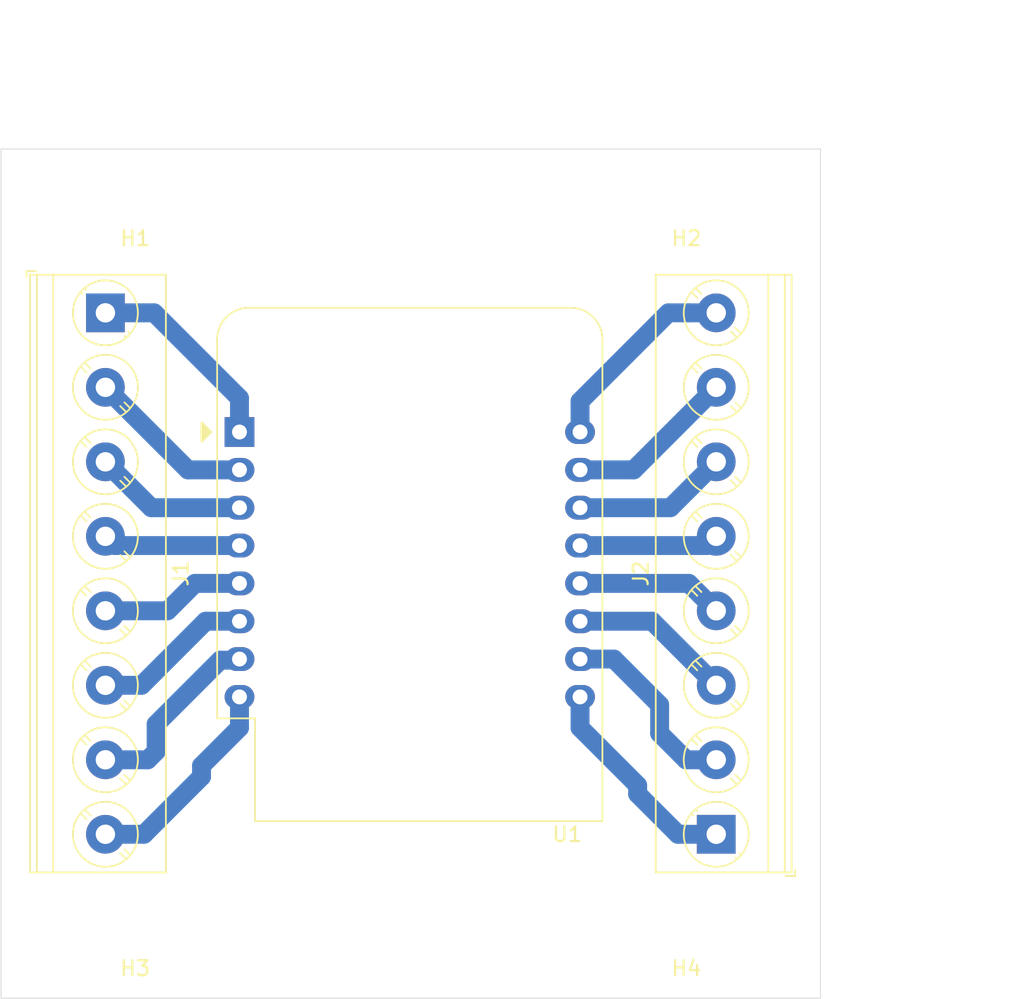
<source format=kicad_pcb>
(kicad_pcb (version 20171130) (host pcbnew "(5.1.5)-3")

  (general
    (thickness 1.6)
    (drawings 6)
    (tracks 55)
    (zones 0)
    (modules 7)
    (nets 17)
  )

  (page A4)
  (layers
    (0 F.Cu signal)
    (31 B.Cu signal)
    (32 B.Adhes user)
    (33 F.Adhes user)
    (34 B.Paste user)
    (35 F.Paste user)
    (36 B.SilkS user)
    (37 F.SilkS user)
    (38 B.Mask user)
    (39 F.Mask user)
    (40 Dwgs.User user)
    (41 Cmts.User user)
    (42 Eco1.User user)
    (43 Eco2.User user)
    (44 Edge.Cuts user)
    (45 Margin user)
    (46 B.CrtYd user)
    (47 F.CrtYd user)
    (48 B.Fab user)
    (49 F.Fab user hide)
  )

  (setup
    (last_trace_width 1.27)
    (user_trace_width 0.4064)
    (user_trace_width 0.8128)
    (user_trace_width 1.27)
    (user_trace_width 1.905)
    (user_trace_width 2.54)
    (trace_clearance 0.2)
    (zone_clearance 0.508)
    (zone_45_only no)
    (trace_min 0.2)
    (via_size 0.8)
    (via_drill 0.4)
    (via_min_size 0.4)
    (via_min_drill 0.3)
    (user_via 2 0.4)
    (user_via 2 1)
    (user_via 5 0.4)
    (user_via 11.999999 6.000001)
    (uvia_size 0.3)
    (uvia_drill 0.1)
    (uvias_allowed no)
    (uvia_min_size 0.2)
    (uvia_min_drill 0.1)
    (edge_width 0.05)
    (segment_width 0.2)
    (pcb_text_width 0.3)
    (pcb_text_size 1.5 1.5)
    (mod_edge_width 0.12)
    (mod_text_size 1 1)
    (mod_text_width 0.15)
    (pad_size 1.524 1.524)
    (pad_drill 0.762)
    (pad_to_mask_clearance 0.05)
    (aux_axis_origin 0 0)
    (grid_origin 117 112)
    (visible_elements 7FFFFFFF)
    (pcbplotparams
      (layerselection 0x010fc_fffffffe)
      (usegerberextensions false)
      (usegerberattributes false)
      (usegerberadvancedattributes false)
      (creategerberjobfile false)
      (excludeedgelayer true)
      (linewidth 0.150000)
      (plotframeref false)
      (viasonmask false)
      (mode 1)
      (useauxorigin false)
      (hpglpennumber 1)
      (hpglpenspeed 20)
      (hpglpendiameter 15.000000)
      (psnegative false)
      (psa4output false)
      (plotreference true)
      (plotvalue true)
      (plotinvisibletext false)
      (padsonsilk false)
      (subtractmaskfromsilk false)
      (outputformat 1)
      (mirror false)
      (drillshape 0)
      (scaleselection 1)
      (outputdirectory "export/Gerber/"))
  )

  (net 0 "")
  (net 1 /8)
  (net 2 /7)
  (net 3 /6)
  (net 4 /5)
  (net 5 /4)
  (net 6 /3)
  (net 7 /2)
  (net 8 /1)
  (net 9 /16)
  (net 10 /15)
  (net 11 /14)
  (net 12 /13)
  (net 13 /12)
  (net 14 /11)
  (net 15 /10)
  (net 16 /9)

  (net_class Default "Questo è il gruppo di collegamenti predefinito"
    (clearance 0.2)
    (trace_width 0.25)
    (via_dia 0.8)
    (via_drill 0.4)
    (uvia_dia 0.3)
    (uvia_drill 0.1)
    (add_net /1)
    (add_net /10)
    (add_net /11)
    (add_net /12)
    (add_net /13)
    (add_net /14)
    (add_net /15)
    (add_net /16)
    (add_net /2)
    (add_net /3)
    (add_net /4)
    (add_net /5)
    (add_net /6)
    (add_net /7)
    (add_net /8)
    (add_net /9)
  )

  (module Module:WEMOS_D1_mini_light (layer F.Cu) (tedit 5BBFB1CE) (tstamp 6546833A)
    (at 133 74)
    (descr "16-pin module, column spacing 22.86 mm (900 mils), https://wiki.wemos.cc/products:d1:d1_mini, https://c1.staticflickr.com/1/734/31400410271_f278b087db_z.jpg")
    (tags "ESP8266 WiFi microcontroller")
    (path /65466297)
    (fp_text reference U1 (at 22 27) (layer F.SilkS)
      (effects (font (size 1 1) (thickness 0.15)))
    )
    (fp_text value WeMos_D1_mini (at 11.7 0) (layer F.Fab)
      (effects (font (size 1 1) (thickness 0.15)))
    )
    (fp_line (start 1.04 19.22) (end 1.04 26.12) (layer F.SilkS) (width 0.12))
    (fp_line (start -1.5 19.22) (end 1.04 19.22) (layer F.SilkS) (width 0.12))
    (fp_line (start -0.37 0) (end -1.37 -1) (layer F.Fab) (width 0.1))
    (fp_line (start -1.37 1) (end -0.37 0) (layer F.Fab) (width 0.1))
    (fp_line (start -1.37 -6.21) (end -1.37 -1) (layer F.Fab) (width 0.1))
    (fp_line (start 1.17 19.09) (end 1.17 25.99) (layer F.Fab) (width 0.1))
    (fp_line (start -1.37 19.09) (end 1.17 19.09) (layer F.Fab) (width 0.1))
    (fp_line (start -1.35 -7.4) (end -0.55 -8.2) (layer Dwgs.User) (width 0.1))
    (fp_line (start -1.3 -5.45) (end 1.45 -8.2) (layer Dwgs.User) (width 0.1))
    (fp_line (start -1.35 -3.4) (end 3.45 -8.2) (layer Dwgs.User) (width 0.1))
    (fp_line (start 22.65 -1.4) (end 24.25 -3) (layer Dwgs.User) (width 0.1))
    (fp_line (start 20.65 -1.4) (end 24.25 -5) (layer Dwgs.User) (width 0.1))
    (fp_line (start 18.65 -1.4) (end 24.25 -7) (layer Dwgs.User) (width 0.1))
    (fp_line (start 16.65 -1.4) (end 23.45 -8.2) (layer Dwgs.User) (width 0.1))
    (fp_line (start 14.65 -1.4) (end 21.45 -8.2) (layer Dwgs.User) (width 0.1))
    (fp_line (start 12.65 -1.4) (end 19.45 -8.2) (layer Dwgs.User) (width 0.1))
    (fp_line (start 10.65 -1.4) (end 17.45 -8.2) (layer Dwgs.User) (width 0.1))
    (fp_line (start 8.65 -1.4) (end 15.45 -8.2) (layer Dwgs.User) (width 0.1))
    (fp_line (start 6.65 -1.4) (end 13.45 -8.2) (layer Dwgs.User) (width 0.1))
    (fp_line (start 4.65 -1.4) (end 11.45 -8.2) (layer Dwgs.User) (width 0.1))
    (fp_line (start 2.65 -1.4) (end 9.45 -8.2) (layer Dwgs.User) (width 0.1))
    (fp_line (start 0.65 -1.4) (end 7.45 -8.2) (layer Dwgs.User) (width 0.1))
    (fp_line (start -1.35 -1.4) (end 5.45 -8.2) (layer Dwgs.User) (width 0.1))
    (fp_line (start -1.35 -8.2) (end -1.35 -1.4) (layer Dwgs.User) (width 0.1))
    (fp_line (start 24.25 -8.2) (end -1.35 -8.2) (layer Dwgs.User) (width 0.1))
    (fp_line (start 24.25 -1.4) (end 24.25 -8.2) (layer Dwgs.User) (width 0.1))
    (fp_line (start -1.35 -1.4) (end 24.25 -1.4) (layer Dwgs.User) (width 0.1))
    (fp_poly (pts (xy -2.54 -0.635) (xy -2.54 0.635) (xy -1.905 0)) (layer F.SilkS) (width 0.15))
    (fp_line (start -1.62 26.24) (end -1.62 -8.46) (layer F.CrtYd) (width 0.05))
    (fp_line (start 24.48 26.24) (end -1.62 26.24) (layer F.CrtYd) (width 0.05))
    (fp_line (start 24.48 -8.41) (end 24.48 26.24) (layer F.CrtYd) (width 0.05))
    (fp_line (start -1.62 -8.46) (end 24.48 -8.46) (layer F.CrtYd) (width 0.05))
    (fp_line (start -1.37 1) (end -1.37 19.09) (layer F.Fab) (width 0.1))
    (fp_line (start 22.23 -8.21) (end 0.63 -8.21) (layer F.Fab) (width 0.1))
    (fp_line (start 24.23 25.99) (end 24.23 -6.21) (layer F.Fab) (width 0.1))
    (fp_line (start 1.17 25.99) (end 24.23 25.99) (layer F.Fab) (width 0.1))
    (fp_line (start 22.24 -8.34) (end 0.63 -8.34) (layer F.SilkS) (width 0.12))
    (fp_line (start 24.36 26.12) (end 24.36 -6.21) (layer F.SilkS) (width 0.12))
    (fp_line (start -1.5 19.22) (end -1.5 -6.21) (layer F.SilkS) (width 0.12))
    (fp_line (start 1.04 26.12) (end 24.36 26.12) (layer F.SilkS) (width 0.12))
    (fp_text user "No copper" (at 11.43 -3.81) (layer Cmts.User)
      (effects (font (size 1 1) (thickness 0.15)))
    )
    (fp_text user "KEEP OUT" (at 11.43 -6.35) (layer Cmts.User)
      (effects (font (size 1 1) (thickness 0.15)))
    )
    (fp_arc (start 22.23 -6.21) (end 24.36 -6.21) (angle -90) (layer F.SilkS) (width 0.12))
    (fp_arc (start 0.63 -6.21) (end 0.63 -8.34) (angle -90) (layer F.SilkS) (width 0.12))
    (fp_arc (start 22.23 -6.21) (end 24.23 -6.19) (angle -90) (layer F.Fab) (width 0.1))
    (fp_arc (start 0.63 -6.21) (end 0.63 -8.21) (angle -90) (layer F.Fab) (width 0.1))
    (fp_text user %R (at 11.43 10) (layer F.Fab)
      (effects (font (size 1 1) (thickness 0.15)))
    )
    (pad 16 thru_hole oval (at 22.86 0) (size 2 1.6) (drill 1) (layers *.Cu *.Mask)
      (net 9 /16))
    (pad 15 thru_hole oval (at 22.86 2.54) (size 2 1.6) (drill 1) (layers *.Cu *.Mask)
      (net 10 /15))
    (pad 14 thru_hole oval (at 22.86 5.08) (size 2 1.6) (drill 1) (layers *.Cu *.Mask)
      (net 11 /14))
    (pad 13 thru_hole oval (at 22.86 7.62) (size 2 1.6) (drill 1) (layers *.Cu *.Mask)
      (net 12 /13))
    (pad 12 thru_hole oval (at 22.86 10.16) (size 2 1.6) (drill 1) (layers *.Cu *.Mask)
      (net 13 /12))
    (pad 11 thru_hole oval (at 22.86 12.7) (size 2 1.6) (drill 1) (layers *.Cu *.Mask)
      (net 14 /11))
    (pad 10 thru_hole oval (at 22.86 15.24) (size 2 1.6) (drill 1) (layers *.Cu *.Mask)
      (net 15 /10))
    (pad 9 thru_hole oval (at 22.86 17.78) (size 2 1.6) (drill 1) (layers *.Cu *.Mask)
      (net 16 /9))
    (pad 8 thru_hole oval (at 0 17.78) (size 2 1.6) (drill 1) (layers *.Cu *.Mask)
      (net 1 /8))
    (pad 7 thru_hole oval (at 0 15.24) (size 2 1.6) (drill 1) (layers *.Cu *.Mask)
      (net 2 /7))
    (pad 6 thru_hole oval (at 0 12.7) (size 2 1.6) (drill 1) (layers *.Cu *.Mask)
      (net 3 /6))
    (pad 5 thru_hole oval (at 0 10.16) (size 2 1.6) (drill 1) (layers *.Cu *.Mask)
      (net 4 /5))
    (pad 4 thru_hole oval (at 0 7.62) (size 2 1.6) (drill 1) (layers *.Cu *.Mask)
      (net 5 /4))
    (pad 3 thru_hole oval (at 0 5.08) (size 2 1.6) (drill 1) (layers *.Cu *.Mask)
      (net 6 /3))
    (pad 1 thru_hole rect (at 0 0) (size 2 2) (drill 1) (layers *.Cu *.Mask)
      (net 8 /1))
    (pad 2 thru_hole oval (at 0 2.54) (size 2 1.6) (drill 1) (layers *.Cu *.Mask)
      (net 7 /2))
    (model ${KISYS3DMOD}/Module.3dshapes/WEMOS_D1_mini_light.wrl
      (at (xyz 0 0 0))
      (scale (xyz 1 1 1))
      (rotate (xyz 0 0 0))
    )
    (model ${KISYS3DMOD}/Connector_PinHeader_2.54mm.3dshapes/PinHeader_1x08_P2.54mm_Vertical.wrl
      (offset (xyz 0 0 9.5))
      (scale (xyz 1 1 1))
      (rotate (xyz 0 -180 0))
    )
    (model ${KISYS3DMOD}/Connector_PinHeader_2.54mm.3dshapes/PinHeader_1x08_P2.54mm_Vertical.wrl
      (offset (xyz 22.86 0 9.5))
      (scale (xyz 1 1 1))
      (rotate (xyz 0 -180 0))
    )
    (model ${KISYS3DMOD}/Connector_PinSocket_2.54mm.3dshapes/PinSocket_1x08_P2.54mm_Vertical.wrl
      (at (xyz 0 0 0))
      (scale (xyz 1 1 1))
      (rotate (xyz 0 0 0))
    )
    (model ${KISYS3DMOD}/Connector_PinSocket_2.54mm.3dshapes/PinSocket_1x08_P2.54mm_Vertical.wrl
      (offset (xyz 22.86 0 0))
      (scale (xyz 1 1 1))
      (rotate (xyz 0 0 0))
    )
  )

  (module TerminalBlock_Phoenix:TerminalBlock_Phoenix_PT-1,5-8-5.0-H_1x08_P5.00mm_Horizontal (layer F.Cu) (tedit 5B294F6F) (tstamp 65468E65)
    (at 165 101 90)
    (descr "Terminal Block Phoenix PT-1,5-8-5.0-H, 8 pins, pitch 5mm, size 40x9mm^2, drill diamater 1.3mm, pad diameter 2.6mm, see http://www.mouser.com/ds/2/324/ItemDetail_1935161-922578.pdf, script-generated using https://github.com/pointhi/kicad-footprint-generator/scripts/TerminalBlock_Phoenix")
    (tags "THT Terminal Block Phoenix PT-1,5-8-5.0-H pitch 5mm size 40x9mm^2 drill 1.3mm pad 2.6mm")
    (path /6546C64C)
    (fp_text reference J2 (at 17.5 -5.06 90) (layer F.SilkS)
      (effects (font (size 1 1) (thickness 0.15)))
    )
    (fp_text value Conn_01x08 (at 17.5 6.06 90) (layer F.Fab)
      (effects (font (size 1 1) (thickness 0.15)))
    )
    (fp_line (start 38 -4.5) (end -3 -4.5) (layer F.CrtYd) (width 0.05))
    (fp_line (start 38 5.5) (end 38 -4.5) (layer F.CrtYd) (width 0.05))
    (fp_line (start -3 5.5) (end 38 5.5) (layer F.CrtYd) (width 0.05))
    (fp_line (start -3 -4.5) (end -3 5.5) (layer F.CrtYd) (width 0.05))
    (fp_line (start -2.8 5.3) (end -2.4 5.3) (layer F.SilkS) (width 0.12))
    (fp_line (start -2.8 4.66) (end -2.8 5.3) (layer F.SilkS) (width 0.12))
    (fp_line (start 33.742 0.992) (end 33.347 1.388) (layer F.SilkS) (width 0.12))
    (fp_line (start 36.388 -1.654) (end 36.008 -1.274) (layer F.SilkS) (width 0.12))
    (fp_line (start 33.993 1.274) (end 33.613 1.654) (layer F.SilkS) (width 0.12))
    (fp_line (start 36.654 -1.388) (end 36.259 -0.992) (layer F.SilkS) (width 0.12))
    (fp_line (start 36.273 -1.517) (end 33.484 1.273) (layer F.Fab) (width 0.1))
    (fp_line (start 36.517 -1.273) (end 33.728 1.517) (layer F.Fab) (width 0.1))
    (fp_line (start 28.742 0.992) (end 28.347 1.388) (layer F.SilkS) (width 0.12))
    (fp_line (start 31.388 -1.654) (end 31.008 -1.274) (layer F.SilkS) (width 0.12))
    (fp_line (start 28.993 1.274) (end 28.613 1.654) (layer F.SilkS) (width 0.12))
    (fp_line (start 31.654 -1.388) (end 31.259 -0.992) (layer F.SilkS) (width 0.12))
    (fp_line (start 31.273 -1.517) (end 28.484 1.273) (layer F.Fab) (width 0.1))
    (fp_line (start 31.517 -1.273) (end 28.728 1.517) (layer F.Fab) (width 0.1))
    (fp_line (start 23.742 0.992) (end 23.347 1.388) (layer F.SilkS) (width 0.12))
    (fp_line (start 26.388 -1.654) (end 26.008 -1.274) (layer F.SilkS) (width 0.12))
    (fp_line (start 23.993 1.274) (end 23.613 1.654) (layer F.SilkS) (width 0.12))
    (fp_line (start 26.654 -1.388) (end 26.259 -0.992) (layer F.SilkS) (width 0.12))
    (fp_line (start 26.273 -1.517) (end 23.484 1.273) (layer F.Fab) (width 0.1))
    (fp_line (start 26.517 -1.273) (end 23.728 1.517) (layer F.Fab) (width 0.1))
    (fp_line (start 18.742 0.992) (end 18.347 1.388) (layer F.SilkS) (width 0.12))
    (fp_line (start 21.388 -1.654) (end 21.008 -1.274) (layer F.SilkS) (width 0.12))
    (fp_line (start 18.993 1.274) (end 18.613 1.654) (layer F.SilkS) (width 0.12))
    (fp_line (start 21.654 -1.388) (end 21.259 -0.992) (layer F.SilkS) (width 0.12))
    (fp_line (start 21.273 -1.517) (end 18.484 1.273) (layer F.Fab) (width 0.1))
    (fp_line (start 21.517 -1.273) (end 18.728 1.517) (layer F.Fab) (width 0.1))
    (fp_line (start 13.742 0.992) (end 13.347 1.388) (layer F.SilkS) (width 0.12))
    (fp_line (start 16.388 -1.654) (end 16.008 -1.274) (layer F.SilkS) (width 0.12))
    (fp_line (start 13.993 1.274) (end 13.613 1.654) (layer F.SilkS) (width 0.12))
    (fp_line (start 16.654 -1.388) (end 16.259 -0.992) (layer F.SilkS) (width 0.12))
    (fp_line (start 16.273 -1.517) (end 13.484 1.273) (layer F.Fab) (width 0.1))
    (fp_line (start 16.517 -1.273) (end 13.728 1.517) (layer F.Fab) (width 0.1))
    (fp_line (start 8.742 0.992) (end 8.347 1.388) (layer F.SilkS) (width 0.12))
    (fp_line (start 11.388 -1.654) (end 11.008 -1.274) (layer F.SilkS) (width 0.12))
    (fp_line (start 8.993 1.274) (end 8.613 1.654) (layer F.SilkS) (width 0.12))
    (fp_line (start 11.654 -1.388) (end 11.259 -0.992) (layer F.SilkS) (width 0.12))
    (fp_line (start 11.273 -1.517) (end 8.484 1.273) (layer F.Fab) (width 0.1))
    (fp_line (start 11.517 -1.273) (end 8.728 1.517) (layer F.Fab) (width 0.1))
    (fp_line (start 3.742 0.992) (end 3.347 1.388) (layer F.SilkS) (width 0.12))
    (fp_line (start 6.388 -1.654) (end 6.008 -1.274) (layer F.SilkS) (width 0.12))
    (fp_line (start 3.993 1.274) (end 3.613 1.654) (layer F.SilkS) (width 0.12))
    (fp_line (start 6.654 -1.388) (end 6.259 -0.992) (layer F.SilkS) (width 0.12))
    (fp_line (start 6.273 -1.517) (end 3.484 1.273) (layer F.Fab) (width 0.1))
    (fp_line (start 6.517 -1.273) (end 3.728 1.517) (layer F.Fab) (width 0.1))
    (fp_line (start -1.548 1.281) (end -1.654 1.388) (layer F.SilkS) (width 0.12))
    (fp_line (start 1.388 -1.654) (end 1.281 -1.547) (layer F.SilkS) (width 0.12))
    (fp_line (start -1.282 1.547) (end -1.388 1.654) (layer F.SilkS) (width 0.12))
    (fp_line (start 1.654 -1.388) (end 1.547 -1.281) (layer F.SilkS) (width 0.12))
    (fp_line (start 1.273 -1.517) (end -1.517 1.273) (layer F.Fab) (width 0.1))
    (fp_line (start 1.517 -1.273) (end -1.273 1.517) (layer F.Fab) (width 0.1))
    (fp_line (start 37.56 -4.06) (end 37.56 5.06) (layer F.SilkS) (width 0.12))
    (fp_line (start -2.56 -4.06) (end -2.56 5.06) (layer F.SilkS) (width 0.12))
    (fp_line (start -2.56 5.06) (end 37.56 5.06) (layer F.SilkS) (width 0.12))
    (fp_line (start -2.56 -4.06) (end 37.56 -4.06) (layer F.SilkS) (width 0.12))
    (fp_line (start -2.56 3.5) (end 37.56 3.5) (layer F.SilkS) (width 0.12))
    (fp_line (start -2.5 3.5) (end 37.5 3.5) (layer F.Fab) (width 0.1))
    (fp_line (start -2.56 4.6) (end 37.56 4.6) (layer F.SilkS) (width 0.12))
    (fp_line (start -2.5 4.6) (end 37.5 4.6) (layer F.Fab) (width 0.1))
    (fp_line (start -2.5 4.6) (end -2.5 -4) (layer F.Fab) (width 0.1))
    (fp_line (start -2.1 5) (end -2.5 4.6) (layer F.Fab) (width 0.1))
    (fp_line (start 37.5 5) (end -2.1 5) (layer F.Fab) (width 0.1))
    (fp_line (start 37.5 -4) (end 37.5 5) (layer F.Fab) (width 0.1))
    (fp_line (start -2.5 -4) (end 37.5 -4) (layer F.Fab) (width 0.1))
    (fp_circle (center 35 0) (end 37.18 0) (layer F.SilkS) (width 0.12))
    (fp_circle (center 35 0) (end 37 0) (layer F.Fab) (width 0.1))
    (fp_circle (center 30 0) (end 32.18 0) (layer F.SilkS) (width 0.12))
    (fp_circle (center 30 0) (end 32 0) (layer F.Fab) (width 0.1))
    (fp_circle (center 25 0) (end 27.18 0) (layer F.SilkS) (width 0.12))
    (fp_circle (center 25 0) (end 27 0) (layer F.Fab) (width 0.1))
    (fp_circle (center 20 0) (end 22.18 0) (layer F.SilkS) (width 0.12))
    (fp_circle (center 20 0) (end 22 0) (layer F.Fab) (width 0.1))
    (fp_circle (center 15 0) (end 17.18 0) (layer F.SilkS) (width 0.12))
    (fp_circle (center 15 0) (end 17 0) (layer F.Fab) (width 0.1))
    (fp_circle (center 10 0) (end 12.18 0) (layer F.SilkS) (width 0.12))
    (fp_circle (center 10 0) (end 12 0) (layer F.Fab) (width 0.1))
    (fp_circle (center 5 0) (end 7.18 0) (layer F.SilkS) (width 0.12))
    (fp_circle (center 5 0) (end 7 0) (layer F.Fab) (width 0.1))
    (fp_circle (center 0 0) (end 2.18 0) (layer F.SilkS) (width 0.12))
    (fp_circle (center 0 0) (end 2 0) (layer F.Fab) (width 0.1))
    (fp_text user %R (at 17.5 2.9 90) (layer F.Fab)
      (effects (font (size 1 1) (thickness 0.15)))
    )
    (pad 8 thru_hole circle (at 35 0 90) (size 2.6 2.6) (drill 1.3) (layers *.Cu *.Mask)
      (net 9 /16))
    (pad 7 thru_hole circle (at 30 0 90) (size 2.6 2.6) (drill 1.3) (layers *.Cu *.Mask)
      (net 10 /15))
    (pad 6 thru_hole circle (at 25 0 90) (size 2.6 2.6) (drill 1.3) (layers *.Cu *.Mask)
      (net 11 /14))
    (pad 5 thru_hole circle (at 20 0 90) (size 2.6 2.6) (drill 1.3) (layers *.Cu *.Mask)
      (net 12 /13))
    (pad 4 thru_hole circle (at 15 0 90) (size 2.6 2.6) (drill 1.3) (layers *.Cu *.Mask)
      (net 13 /12))
    (pad 3 thru_hole circle (at 10 0 90) (size 2.6 2.6) (drill 1.3) (layers *.Cu *.Mask)
      (net 14 /11))
    (pad 2 thru_hole circle (at 5 0 90) (size 2.6 2.6) (drill 1.3) (layers *.Cu *.Mask)
      (net 15 /10))
    (pad 1 thru_hole rect (at 0 0 90) (size 2.6 2.6) (drill 1.3) (layers *.Cu *.Mask)
      (net 16 /9))
    (model ${KISYS3DMOD}/TerminalBlock_Phoenix.3dshapes/TerminalBlock_Phoenix_PT-1,5-8-5.0-H_1x08_P5.00mm_Horizontal.wrl
      (at (xyz 0 0 0))
      (scale (xyz 1 1 1))
      (rotate (xyz 0 0 0))
    )
  )

  (module TerminalBlock_Phoenix:TerminalBlock_Phoenix_PT-1,5-8-5.0-H_1x08_P5.00mm_Horizontal (layer F.Cu) (tedit 5B294F6F) (tstamp 65468297)
    (at 124 66 270)
    (descr "Terminal Block Phoenix PT-1,5-8-5.0-H, 8 pins, pitch 5mm, size 40x9mm^2, drill diamater 1.3mm, pad diameter 2.6mm, see http://www.mouser.com/ds/2/324/ItemDetail_1935161-922578.pdf, script-generated using https://github.com/pointhi/kicad-footprint-generator/scripts/TerminalBlock_Phoenix")
    (tags "THT Terminal Block Phoenix PT-1,5-8-5.0-H pitch 5mm size 40x9mm^2 drill 1.3mm pad 2.6mm")
    (path /65469A6A)
    (fp_text reference J1 (at 17.5 -5.06 90) (layer F.SilkS)
      (effects (font (size 1 1) (thickness 0.15)))
    )
    (fp_text value Conn_01x08 (at 17.5 6.06 90) (layer F.Fab)
      (effects (font (size 1 1) (thickness 0.15)))
    )
    (fp_line (start 38 -4.5) (end -3 -4.5) (layer F.CrtYd) (width 0.05))
    (fp_line (start 38 5.5) (end 38 -4.5) (layer F.CrtYd) (width 0.05))
    (fp_line (start -3 5.5) (end 38 5.5) (layer F.CrtYd) (width 0.05))
    (fp_line (start -3 -4.5) (end -3 5.5) (layer F.CrtYd) (width 0.05))
    (fp_line (start -2.8 5.3) (end -2.4 5.3) (layer F.SilkS) (width 0.12))
    (fp_line (start -2.8 4.66) (end -2.8 5.3) (layer F.SilkS) (width 0.12))
    (fp_line (start 33.742 0.992) (end 33.347 1.388) (layer F.SilkS) (width 0.12))
    (fp_line (start 36.388 -1.654) (end 36.008 -1.274) (layer F.SilkS) (width 0.12))
    (fp_line (start 33.993 1.274) (end 33.613 1.654) (layer F.SilkS) (width 0.12))
    (fp_line (start 36.654 -1.388) (end 36.259 -0.992) (layer F.SilkS) (width 0.12))
    (fp_line (start 36.273 -1.517) (end 33.484 1.273) (layer F.Fab) (width 0.1))
    (fp_line (start 36.517 -1.273) (end 33.728 1.517) (layer F.Fab) (width 0.1))
    (fp_line (start 28.742 0.992) (end 28.347 1.388) (layer F.SilkS) (width 0.12))
    (fp_line (start 31.388 -1.654) (end 31.008 -1.274) (layer F.SilkS) (width 0.12))
    (fp_line (start 28.993 1.274) (end 28.613 1.654) (layer F.SilkS) (width 0.12))
    (fp_line (start 31.654 -1.388) (end 31.259 -0.992) (layer F.SilkS) (width 0.12))
    (fp_line (start 31.273 -1.517) (end 28.484 1.273) (layer F.Fab) (width 0.1))
    (fp_line (start 31.517 -1.273) (end 28.728 1.517) (layer F.Fab) (width 0.1))
    (fp_line (start 23.742 0.992) (end 23.347 1.388) (layer F.SilkS) (width 0.12))
    (fp_line (start 26.388 -1.654) (end 26.008 -1.274) (layer F.SilkS) (width 0.12))
    (fp_line (start 23.993 1.274) (end 23.613 1.654) (layer F.SilkS) (width 0.12))
    (fp_line (start 26.654 -1.388) (end 26.259 -0.992) (layer F.SilkS) (width 0.12))
    (fp_line (start 26.273 -1.517) (end 23.484 1.273) (layer F.Fab) (width 0.1))
    (fp_line (start 26.517 -1.273) (end 23.728 1.517) (layer F.Fab) (width 0.1))
    (fp_line (start 18.742 0.992) (end 18.347 1.388) (layer F.SilkS) (width 0.12))
    (fp_line (start 21.388 -1.654) (end 21.008 -1.274) (layer F.SilkS) (width 0.12))
    (fp_line (start 18.993 1.274) (end 18.613 1.654) (layer F.SilkS) (width 0.12))
    (fp_line (start 21.654 -1.388) (end 21.259 -0.992) (layer F.SilkS) (width 0.12))
    (fp_line (start 21.273 -1.517) (end 18.484 1.273) (layer F.Fab) (width 0.1))
    (fp_line (start 21.517 -1.273) (end 18.728 1.517) (layer F.Fab) (width 0.1))
    (fp_line (start 13.742 0.992) (end 13.347 1.388) (layer F.SilkS) (width 0.12))
    (fp_line (start 16.388 -1.654) (end 16.008 -1.274) (layer F.SilkS) (width 0.12))
    (fp_line (start 13.993 1.274) (end 13.613 1.654) (layer F.SilkS) (width 0.12))
    (fp_line (start 16.654 -1.388) (end 16.259 -0.992) (layer F.SilkS) (width 0.12))
    (fp_line (start 16.273 -1.517) (end 13.484 1.273) (layer F.Fab) (width 0.1))
    (fp_line (start 16.517 -1.273) (end 13.728 1.517) (layer F.Fab) (width 0.1))
    (fp_line (start 8.742 0.992) (end 8.347 1.388) (layer F.SilkS) (width 0.12))
    (fp_line (start 11.388 -1.654) (end 11.008 -1.274) (layer F.SilkS) (width 0.12))
    (fp_line (start 8.993 1.274) (end 8.613 1.654) (layer F.SilkS) (width 0.12))
    (fp_line (start 11.654 -1.388) (end 11.259 -0.992) (layer F.SilkS) (width 0.12))
    (fp_line (start 11.273 -1.517) (end 8.484 1.273) (layer F.Fab) (width 0.1))
    (fp_line (start 11.517 -1.273) (end 8.728 1.517) (layer F.Fab) (width 0.1))
    (fp_line (start 3.742 0.992) (end 3.347 1.388) (layer F.SilkS) (width 0.12))
    (fp_line (start 6.388 -1.654) (end 6.008 -1.274) (layer F.SilkS) (width 0.12))
    (fp_line (start 3.993 1.274) (end 3.613 1.654) (layer F.SilkS) (width 0.12))
    (fp_line (start 6.654 -1.388) (end 6.259 -0.992) (layer F.SilkS) (width 0.12))
    (fp_line (start 6.273 -1.517) (end 3.484 1.273) (layer F.Fab) (width 0.1))
    (fp_line (start 6.517 -1.273) (end 3.728 1.517) (layer F.Fab) (width 0.1))
    (fp_line (start -1.548 1.281) (end -1.654 1.388) (layer F.SilkS) (width 0.12))
    (fp_line (start 1.388 -1.654) (end 1.281 -1.547) (layer F.SilkS) (width 0.12))
    (fp_line (start -1.282 1.547) (end -1.388 1.654) (layer F.SilkS) (width 0.12))
    (fp_line (start 1.654 -1.388) (end 1.547 -1.281) (layer F.SilkS) (width 0.12))
    (fp_line (start 1.273 -1.517) (end -1.517 1.273) (layer F.Fab) (width 0.1))
    (fp_line (start 1.517 -1.273) (end -1.273 1.517) (layer F.Fab) (width 0.1))
    (fp_line (start 37.56 -4.06) (end 37.56 5.06) (layer F.SilkS) (width 0.12))
    (fp_line (start -2.56 -4.06) (end -2.56 5.06) (layer F.SilkS) (width 0.12))
    (fp_line (start -2.56 5.06) (end 37.56 5.06) (layer F.SilkS) (width 0.12))
    (fp_line (start -2.56 -4.06) (end 37.56 -4.06) (layer F.SilkS) (width 0.12))
    (fp_line (start -2.56 3.5) (end 37.56 3.5) (layer F.SilkS) (width 0.12))
    (fp_line (start -2.5 3.5) (end 37.5 3.5) (layer F.Fab) (width 0.1))
    (fp_line (start -2.56 4.6) (end 37.56 4.6) (layer F.SilkS) (width 0.12))
    (fp_line (start -2.5 4.6) (end 37.5 4.6) (layer F.Fab) (width 0.1))
    (fp_line (start -2.5 4.6) (end -2.5 -4) (layer F.Fab) (width 0.1))
    (fp_line (start -2.1 5) (end -2.5 4.6) (layer F.Fab) (width 0.1))
    (fp_line (start 37.5 5) (end -2.1 5) (layer F.Fab) (width 0.1))
    (fp_line (start 37.5 -4) (end 37.5 5) (layer F.Fab) (width 0.1))
    (fp_line (start -2.5 -4) (end 37.5 -4) (layer F.Fab) (width 0.1))
    (fp_circle (center 35 0) (end 37.18 0) (layer F.SilkS) (width 0.12))
    (fp_circle (center 35 0) (end 37 0) (layer F.Fab) (width 0.1))
    (fp_circle (center 30 0) (end 32.18 0) (layer F.SilkS) (width 0.12))
    (fp_circle (center 30 0) (end 32 0) (layer F.Fab) (width 0.1))
    (fp_circle (center 25 0) (end 27.18 0) (layer F.SilkS) (width 0.12))
    (fp_circle (center 25 0) (end 27 0) (layer F.Fab) (width 0.1))
    (fp_circle (center 20 0) (end 22.18 0) (layer F.SilkS) (width 0.12))
    (fp_circle (center 20 0) (end 22 0) (layer F.Fab) (width 0.1))
    (fp_circle (center 15 0) (end 17.18 0) (layer F.SilkS) (width 0.12))
    (fp_circle (center 15 0) (end 17 0) (layer F.Fab) (width 0.1))
    (fp_circle (center 10 0) (end 12.18 0) (layer F.SilkS) (width 0.12))
    (fp_circle (center 10 0) (end 12 0) (layer F.Fab) (width 0.1))
    (fp_circle (center 5 0) (end 7.18 0) (layer F.SilkS) (width 0.12))
    (fp_circle (center 5 0) (end 7 0) (layer F.Fab) (width 0.1))
    (fp_circle (center 0 0) (end 2.18 0) (layer F.SilkS) (width 0.12))
    (fp_circle (center 0 0) (end 2 0) (layer F.Fab) (width 0.1))
    (fp_text user %R (at 17.5 2.9 90) (layer F.Fab)
      (effects (font (size 1 1) (thickness 0.15)))
    )
    (pad 8 thru_hole circle (at 35 0 270) (size 2.6 2.6) (drill 1.3) (layers *.Cu *.Mask)
      (net 1 /8))
    (pad 7 thru_hole circle (at 30 0 270) (size 2.6 2.6) (drill 1.3) (layers *.Cu *.Mask)
      (net 2 /7))
    (pad 6 thru_hole circle (at 25 0 270) (size 2.6 2.6) (drill 1.3) (layers *.Cu *.Mask)
      (net 3 /6))
    (pad 5 thru_hole circle (at 20 0 270) (size 2.6 2.6) (drill 1.3) (layers *.Cu *.Mask)
      (net 4 /5))
    (pad 4 thru_hole circle (at 15 0 270) (size 2.6 2.6) (drill 1.3) (layers *.Cu *.Mask)
      (net 5 /4))
    (pad 3 thru_hole circle (at 10 0 270) (size 2.6 2.6) (drill 1.3) (layers *.Cu *.Mask)
      (net 6 /3))
    (pad 2 thru_hole circle (at 5 0 270) (size 2.6 2.6) (drill 1.3) (layers *.Cu *.Mask)
      (net 7 /2))
    (pad 1 thru_hole rect (at 0 0 270) (size 2.6 2.6) (drill 1.3) (layers *.Cu *.Mask)
      (net 8 /1))
    (model ${KISYS3DMOD}/TerminalBlock_Phoenix.3dshapes/TerminalBlock_Phoenix_PT-1,5-8-5.0-H_1x08_P5.00mm_Horizontal.wrl
      (at (xyz 0 0 0))
      (scale (xyz 1 1 1))
      (rotate (xyz 0 0 0))
    )
  )

  (module MountingHole:MountingHole_3.2mm_M3 (layer F.Cu) (tedit 56D1B4CB) (tstamp 654690B1)
    (at 168 108)
    (descr "Mounting Hole 3.2mm, no annular, M3")
    (tags "mounting hole 3.2mm no annular m3")
    (path /6546DECB)
    (attr virtual)
    (fp_text reference H4 (at -5 2) (layer F.SilkS)
      (effects (font (size 1 1) (thickness 0.15)))
    )
    (fp_text value MountingHole (at 0 4.2) (layer F.Fab)
      (effects (font (size 1 1) (thickness 0.15)))
    )
    (fp_circle (center 0 0) (end 3.45 0) (layer F.CrtYd) (width 0.05))
    (fp_circle (center 0 0) (end 3.2 0) (layer Cmts.User) (width 0.15))
    (fp_text user %R (at 0.3 0) (layer F.Fab)
      (effects (font (size 1 1) (thickness 0.15)))
    )
    (pad 1 np_thru_hole circle (at 0 0) (size 3.2 3.2) (drill 3.2) (layers *.Cu *.Mask))
  )

  (module MountingHole:MountingHole_3.2mm_M3 (layer F.Cu) (tedit 56D1B4CB) (tstamp 6546822F)
    (at 121 108)
    (descr "Mounting Hole 3.2mm, no annular, M3")
    (tags "mounting hole 3.2mm no annular m3")
    (path /6546DEC5)
    (attr virtual)
    (fp_text reference H3 (at 5 2) (layer F.SilkS)
      (effects (font (size 1 1) (thickness 0.15)))
    )
    (fp_text value MountingHole (at 0 4.2) (layer F.Fab)
      (effects (font (size 1 1) (thickness 0.15)))
    )
    (fp_circle (center 0 0) (end 3.45 0) (layer F.CrtYd) (width 0.05))
    (fp_circle (center 0 0) (end 3.2 0) (layer Cmts.User) (width 0.15))
    (fp_text user %R (at 0.3 0) (layer F.Fab)
      (effects (font (size 1 1) (thickness 0.15)))
    )
    (pad 1 np_thru_hole circle (at 0 0) (size 3.2 3.2) (drill 3.2) (layers *.Cu *.Mask))
  )

  (module MountingHole:MountingHole_3.2mm_M3 (layer F.Cu) (tedit 56D1B4CB) (tstamp 65468227)
    (at 168 59)
    (descr "Mounting Hole 3.2mm, no annular, M3")
    (tags "mounting hole 3.2mm no annular m3")
    (path /6546D539)
    (attr virtual)
    (fp_text reference H2 (at -5 2) (layer F.SilkS)
      (effects (font (size 1 1) (thickness 0.15)))
    )
    (fp_text value MountingHole (at 0 4.2) (layer F.Fab)
      (effects (font (size 1 1) (thickness 0.15)))
    )
    (fp_circle (center 0 0) (end 3.45 0) (layer F.CrtYd) (width 0.05))
    (fp_circle (center 0 0) (end 3.2 0) (layer Cmts.User) (width 0.15))
    (fp_text user %R (at 0.3 0) (layer F.Fab)
      (effects (font (size 1 1) (thickness 0.15)))
    )
    (pad 1 np_thru_hole circle (at 0 0) (size 3.2 3.2) (drill 3.2) (layers *.Cu *.Mask))
  )

  (module MountingHole:MountingHole_3.2mm_M3 (layer F.Cu) (tedit 56D1B4CB) (tstamp 6546821F)
    (at 121 59)
    (descr "Mounting Hole 3.2mm, no annular, M3")
    (tags "mounting hole 3.2mm no annular m3")
    (path /6546CF0E)
    (attr virtual)
    (fp_text reference H1 (at 5 2) (layer F.SilkS)
      (effects (font (size 1 1) (thickness 0.15)))
    )
    (fp_text value MountingHole (at 0 4.2) (layer F.Fab)
      (effects (font (size 1 1) (thickness 0.15)))
    )
    (fp_circle (center 0 0) (end 3.45 0) (layer F.CrtYd) (width 0.05))
    (fp_circle (center 0 0) (end 3.2 0) (layer Cmts.User) (width 0.15))
    (fp_text user %R (at 0.3 0) (layer F.Fab)
      (effects (font (size 1 1) (thickness 0.15)))
    )
    (pad 1 np_thru_hole circle (at 0 0) (size 3.2 3.2) (drill 3.2) (layers *.Cu *.Mask))
  )

  (dimension 57 (width 0.15) (layer Dwgs.User)
    (gr_text "57,000 mm" (at 184.3 83.5 270) (layer Dwgs.User)
      (effects (font (size 1 1) (thickness 0.15)))
    )
    (feature1 (pts (xy 172 112) (xy 183.586421 112)))
    (feature2 (pts (xy 172 55) (xy 183.586421 55)))
    (crossbar (pts (xy 183 55) (xy 183 112)))
    (arrow1a (pts (xy 183 112) (xy 182.413579 110.873496)))
    (arrow1b (pts (xy 183 112) (xy 183.586421 110.873496)))
    (arrow2a (pts (xy 183 55) (xy 182.413579 56.126504)))
    (arrow2b (pts (xy 183 55) (xy 183.586421 56.126504)))
  )
  (dimension 55 (width 0.15) (layer Dwgs.User)
    (gr_text "55,000 mm" (at 144.5 45.7) (layer Dwgs.User)
      (effects (font (size 1 1) (thickness 0.15)))
    )
    (feature1 (pts (xy 172 55) (xy 172 46.413579)))
    (feature2 (pts (xy 117 55) (xy 117 46.413579)))
    (crossbar (pts (xy 117 47) (xy 172 47)))
    (arrow1a (pts (xy 172 47) (xy 170.873496 47.586421)))
    (arrow1b (pts (xy 172 47) (xy 170.873496 46.413579)))
    (arrow2a (pts (xy 117 47) (xy 118.126504 47.586421)))
    (arrow2b (pts (xy 117 47) (xy 118.126504 46.413579)))
  )
  (gr_line (start 117 55) (end 117 112) (layer Edge.Cuts) (width 0.05))
  (gr_line (start 172 112) (end 117 112) (layer Edge.Cuts) (width 0.05))
  (gr_line (start 172 55) (end 172 112) (layer Edge.Cuts) (width 0.05))
  (gr_line (start 117 55) (end 172 55) (layer Edge.Cuts) (width 0.05))

  (segment (start 132.22 91.78) (end 133 91.78) (width 0.4064) (layer B.Cu) (net 1))
  (segment (start 133 93.85) (end 130.45184 96.39816) (width 1.27) (layer B.Cu) (net 1))
  (segment (start 133 91.78) (end 133 93.85) (width 1.27) (layer B.Cu) (net 1))
  (segment (start 130.45184 96.39816) (end 130.45184 97.13592) (width 1.27) (layer B.Cu) (net 1))
  (segment (start 126.58776 101) (end 124 101) (width 1.27) (layer B.Cu) (net 1))
  (segment (start 130.45184 97.13592) (end 126.58776 101) (width 1.27) (layer B.Cu) (net 1))
  (segment (start 132.8 89.24) (end 132.72474 89.31526) (width 1.27) (layer B.Cu) (net 2))
  (segment (start 133 89.24) (end 132.8 89.24) (width 1.27) (layer B.Cu) (net 2))
  (segment (start 132.72474 89.31526) (end 131.70152 89.31526) (width 1.27) (layer B.Cu) (net 2))
  (segment (start 131.70152 89.31526) (end 127.40638 93.6104) (width 1.27) (layer B.Cu) (net 2))
  (segment (start 127.40638 93.6104) (end 127.40638 95.43666) (width 1.27) (layer B.Cu) (net 2))
  (segment (start 126.84304 96) (end 124 96) (width 1.27) (layer B.Cu) (net 2))
  (segment (start 127.40638 95.43666) (end 126.84304 96) (width 1.27) (layer B.Cu) (net 2))
  (segment (start 126.43 91) (end 124 91) (width 1.27) (layer B.Cu) (net 3))
  (segment (start 133 86.7) (end 130.73 86.7) (width 1.27) (layer B.Cu) (net 3))
  (segment (start 130.73 86.7) (end 126.43 91) (width 1.27) (layer B.Cu) (net 3))
  (segment (start 133 84.16) (end 130.01148 84.16) (width 1.27) (layer B.Cu) (net 4))
  (segment (start 128.17148 86) (end 124 86) (width 1.27) (layer B.Cu) (net 4))
  (segment (start 130.01148 84.16) (end 128.17148 86) (width 1.27) (layer B.Cu) (net 4))
  (segment (start 124.62 81.62) (end 124 81) (width 1.27) (layer B.Cu) (net 5))
  (segment (start 133 81.62) (end 124.62 81.62) (width 1.27) (layer B.Cu) (net 5))
  (segment (start 132.92 79) (end 133 79.08) (width 0.4064) (layer B.Cu) (net 6))
  (segment (start 127.08 79.08) (end 124 76) (width 1.27) (layer B.Cu) (net 6))
  (segment (start 133 79.08) (end 127.08 79.08) (width 1.27) (layer B.Cu) (net 6))
  (segment (start 129.54 76.54) (end 124 71) (width 1.27) (layer B.Cu) (net 7))
  (segment (start 133 76.54) (end 129.54 76.54) (width 1.27) (layer B.Cu) (net 7))
  (segment (start 124 66) (end 125 66) (width 1.27) (layer B.Cu) (net 8))
  (segment (start 127.27 66) (end 126.57 66) (width 1.27) (layer B.Cu) (net 8))
  (segment (start 126.57 66) (end 124 66) (width 1.27) (layer B.Cu) (net 8))
  (segment (start 133 71.73) (end 127.27 66) (width 1.27) (layer B.Cu) (net 8))
  (segment (start 133 74) (end 133 71.73) (width 1.27) (layer B.Cu) (net 8))
  (segment (start 163.161523 66) (end 165 66) (width 1.27) (layer B.Cu) (net 9))
  (segment (start 155.86 71.93) (end 161.79 66) (width 1.27) (layer B.Cu) (net 9))
  (segment (start 161.79 66) (end 163.161523 66) (width 1.27) (layer B.Cu) (net 9))
  (segment (start 155.86 74) (end 155.86 71.93) (width 1.27) (layer B.Cu) (net 9))
  (segment (start 159.46 76.54) (end 165 71) (width 1.27) (layer B.Cu) (net 10))
  (segment (start 155.86 76.54) (end 159.46 76.54) (width 1.27) (layer B.Cu) (net 10))
  (segment (start 161.92 79.08) (end 165 76) (width 1.27) (layer B.Cu) (net 11))
  (segment (start 155.86 79.08) (end 161.92 79.08) (width 1.27) (layer B.Cu) (net 11))
  (segment (start 164.38 81.62) (end 165 81) (width 1.27) (layer B.Cu) (net 12))
  (segment (start 155.86 81.62) (end 164.38 81.62) (width 1.27) (layer B.Cu) (net 12))
  (segment (start 163.16 84.16) (end 165 86) (width 1.27) (layer B.Cu) (net 13))
  (segment (start 155.86 84.16) (end 163.16 84.16) (width 1.27) (layer B.Cu) (net 13))
  (segment (start 160.7 86.7) (end 165 91) (width 1.27) (layer B.Cu) (net 14))
  (segment (start 155.86 86.7) (end 160.7 86.7) (width 1.27) (layer B.Cu) (net 14))
  (segment (start 158.13 89.24) (end 161.20108 92.31108) (width 1.27) (layer B.Cu) (net 15))
  (segment (start 155.86 89.24) (end 158.13 89.24) (width 1.27) (layer B.Cu) (net 15))
  (segment (start 161.20108 92.31108) (end 161.20108 94.22762) (width 1.27) (layer B.Cu) (net 15))
  (segment (start 162.97346 96) (end 165 96) (width 1.27) (layer B.Cu) (net 15))
  (segment (start 161.20108 94.22762) (end 162.97346 96) (width 1.27) (layer B.Cu) (net 15))
  (segment (start 155.86 93.85) (end 159.72534 97.71534) (width 1.27) (layer B.Cu) (net 16))
  (segment (start 155.86 91.78) (end 155.86 93.85) (width 1.27) (layer B.Cu) (net 16))
  (segment (start 159.72534 98.29534) (end 162.43 101) (width 1.27) (layer B.Cu) (net 16))
  (segment (start 162.43 101) (end 165 101) (width 1.27) (layer B.Cu) (net 16))
  (segment (start 159.72534 97.71534) (end 159.72534 98.29534) (width 1.27) (layer B.Cu) (net 16))

)

</source>
